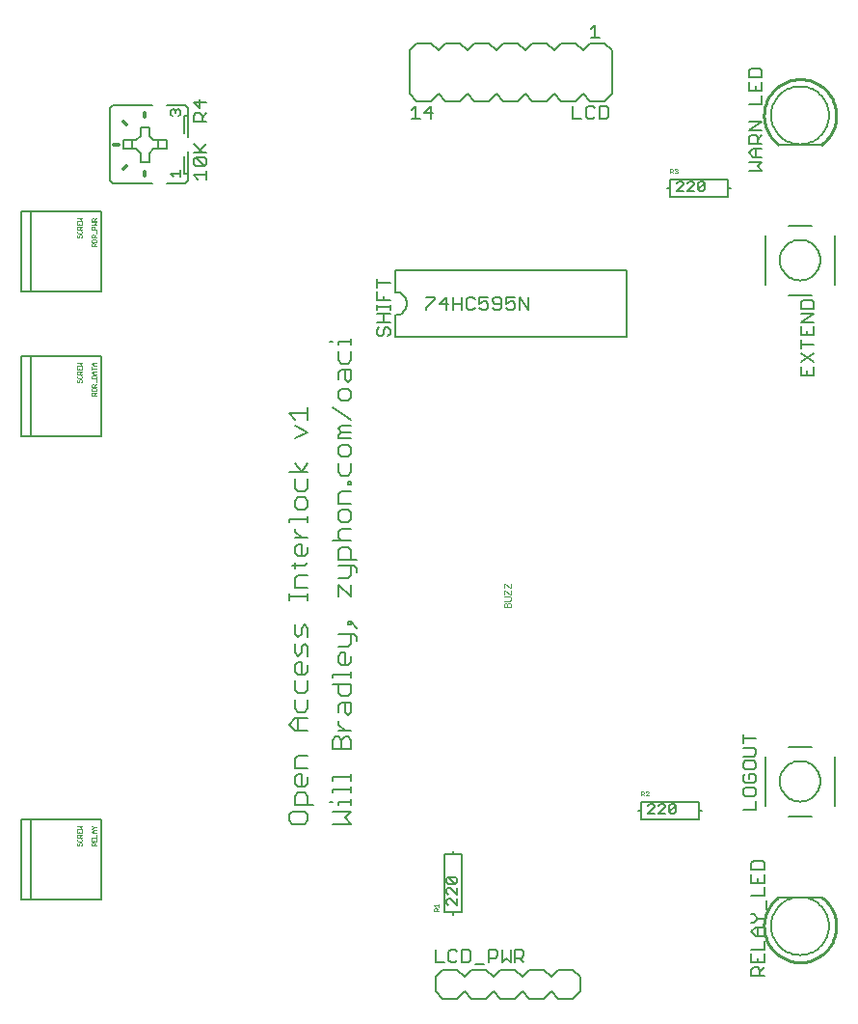
<source format=gto>
G75*
G70*
%OFA0B0*%
%FSLAX24Y24*%
%IPPOS*%
%LPD*%
%AMOC8*
5,1,8,0,0,1.08239X$1,22.5*
%
%ADD10C,0.0060*%
%ADD11C,0.0080*%
%ADD12C,0.0010*%
%ADD13C,0.0100*%
%ADD14C,0.0050*%
%ADD15C,0.0020*%
%ADD16C,0.0120*%
D10*
X010011Y006826D02*
X010118Y006719D01*
X010545Y006719D01*
X010651Y006826D01*
X010651Y007040D01*
X010545Y007146D01*
X010118Y007146D01*
X010011Y007040D01*
X010011Y006826D01*
X010224Y007364D02*
X010224Y007684D01*
X010331Y007791D01*
X010545Y007791D01*
X010651Y007684D01*
X010651Y007364D01*
X010865Y007364D02*
X010224Y007364D01*
X010331Y008008D02*
X010224Y008115D01*
X010224Y008329D01*
X010331Y008435D01*
X010438Y008435D01*
X010438Y008008D01*
X010545Y008008D02*
X010331Y008008D01*
X010545Y008008D02*
X010651Y008115D01*
X010651Y008329D01*
X010651Y008653D02*
X010224Y008653D01*
X010224Y008973D01*
X010331Y009080D01*
X010651Y009080D01*
X010651Y009942D02*
X010224Y009942D01*
X010011Y010155D01*
X010224Y010369D01*
X010651Y010369D01*
X010545Y010586D02*
X010651Y010693D01*
X010651Y011013D01*
X010545Y011231D02*
X010651Y011338D01*
X010651Y011658D01*
X010545Y011876D02*
X010331Y011876D01*
X010224Y011982D01*
X010224Y012196D01*
X010331Y012303D01*
X010438Y012303D01*
X010438Y011876D01*
X010545Y011876D02*
X010651Y011982D01*
X010651Y012196D01*
X010651Y012520D02*
X010651Y012840D01*
X010545Y012947D01*
X010438Y012840D01*
X010438Y012627D01*
X010331Y012520D01*
X010224Y012627D01*
X010224Y012947D01*
X010331Y013165D02*
X010224Y013271D01*
X010224Y013592D01*
X010438Y013485D02*
X010438Y013271D01*
X010331Y013165D01*
X010651Y013165D02*
X010651Y013485D01*
X010545Y013592D01*
X010438Y013485D01*
X010651Y014454D02*
X010651Y014667D01*
X010651Y014560D02*
X010011Y014560D01*
X010011Y014454D02*
X010011Y014667D01*
X010224Y014883D02*
X010224Y015204D01*
X010331Y015310D01*
X010651Y015310D01*
X010545Y015635D02*
X010118Y015635D01*
X010224Y015741D02*
X010224Y015528D01*
X010545Y015635D02*
X010651Y015741D01*
X010545Y015958D02*
X010331Y015958D01*
X010224Y016064D01*
X010224Y016278D01*
X010331Y016385D01*
X010438Y016385D01*
X010438Y015958D01*
X010545Y015958D02*
X010651Y016064D01*
X010651Y016278D01*
X010651Y016602D02*
X010224Y016602D01*
X010224Y016816D02*
X010224Y016922D01*
X010224Y016816D02*
X010438Y016602D01*
X010651Y017139D02*
X010651Y017353D01*
X010651Y017246D02*
X010011Y017246D01*
X010011Y017139D01*
X010331Y017569D02*
X010545Y017569D01*
X010651Y017676D01*
X010651Y017889D01*
X010545Y017996D01*
X010331Y017996D01*
X010224Y017889D01*
X010224Y017676D01*
X010331Y017569D01*
X010331Y018213D02*
X010545Y018213D01*
X010651Y018320D01*
X010651Y018640D01*
X010651Y018858D02*
X010011Y018858D01*
X010224Y018640D02*
X010224Y018320D01*
X010331Y018213D01*
X010438Y018858D02*
X010224Y019178D01*
X010438Y018858D02*
X010651Y019178D01*
X010224Y020039D02*
X010651Y020253D01*
X010224Y020466D01*
X010224Y020684D02*
X010011Y020898D01*
X010651Y020898D01*
X010651Y021111D02*
X010651Y020684D01*
X011511Y021111D02*
X012151Y020684D01*
X012151Y020466D02*
X011831Y020466D01*
X011724Y020360D01*
X011831Y020253D01*
X012151Y020253D01*
X012151Y020039D02*
X011724Y020039D01*
X011724Y020146D01*
X011831Y020253D01*
X011831Y019822D02*
X011724Y019715D01*
X011724Y019502D01*
X011831Y019395D01*
X012045Y019395D01*
X012151Y019502D01*
X012151Y019715D01*
X012045Y019822D01*
X011831Y019822D01*
X011724Y019177D02*
X011724Y018857D01*
X011831Y018750D01*
X012045Y018750D01*
X012151Y018857D01*
X012151Y019177D01*
X012151Y018535D02*
X012151Y018428D01*
X012045Y018428D01*
X012045Y018535D01*
X012151Y018535D01*
X012151Y018211D02*
X011831Y018211D01*
X011724Y018104D01*
X011724Y017784D01*
X012151Y017784D01*
X012045Y017566D02*
X011831Y017566D01*
X011724Y017459D01*
X011724Y017246D01*
X011831Y017139D01*
X012045Y017139D01*
X012151Y017246D01*
X012151Y017459D01*
X012045Y017566D01*
X012151Y016922D02*
X011831Y016922D01*
X011724Y016815D01*
X011724Y016601D01*
X011831Y016495D01*
X011831Y016277D02*
X012045Y016277D01*
X012151Y016170D01*
X012151Y015850D01*
X012365Y015850D02*
X011724Y015850D01*
X011724Y016170D01*
X011831Y016277D01*
X011511Y016495D02*
X012151Y016495D01*
X012151Y015633D02*
X012151Y015312D01*
X012045Y015206D01*
X011724Y015206D01*
X011724Y014988D02*
X012151Y014561D01*
X012151Y014988D01*
X011724Y014988D02*
X011724Y014561D01*
X012365Y015419D02*
X012365Y015526D01*
X012258Y015633D01*
X011724Y015633D01*
X010651Y014883D02*
X010224Y014883D01*
X011724Y013269D02*
X012258Y013269D01*
X012365Y013163D01*
X012365Y013056D01*
X012151Y012949D02*
X012151Y013269D01*
X012365Y013487D02*
X012151Y013700D01*
X012151Y013594D01*
X012045Y013594D01*
X012045Y013700D01*
X012151Y013700D01*
X012151Y012949D02*
X012045Y012842D01*
X011724Y012842D01*
X011831Y012625D02*
X011938Y012625D01*
X011938Y012198D01*
X012045Y012198D02*
X011831Y012198D01*
X011724Y012304D01*
X011724Y012518D01*
X011831Y012625D01*
X012151Y012518D02*
X012151Y012304D01*
X012045Y012198D01*
X012151Y011982D02*
X012151Y011768D01*
X012151Y011875D02*
X011511Y011875D01*
X011511Y011768D01*
X011511Y011551D02*
X012151Y011551D01*
X012151Y011230D01*
X012045Y011124D01*
X011831Y011124D01*
X011724Y011230D01*
X011724Y011551D01*
X011831Y010906D02*
X012151Y010906D01*
X012151Y010586D01*
X012045Y010479D01*
X011938Y010586D01*
X011938Y010906D01*
X011831Y010906D02*
X011724Y010799D01*
X011724Y010586D01*
X011724Y010262D02*
X011724Y010155D01*
X011938Y009942D01*
X012151Y009942D02*
X011724Y009942D01*
X011724Y009724D02*
X011831Y009618D01*
X011831Y009297D01*
X011511Y009297D02*
X011511Y009618D01*
X011618Y009724D01*
X011724Y009724D01*
X011831Y009618D02*
X011938Y009724D01*
X012045Y009724D01*
X012151Y009618D01*
X012151Y009297D01*
X011511Y009297D01*
X011511Y008330D02*
X012151Y008330D01*
X012151Y008223D02*
X012151Y008437D01*
X012151Y008007D02*
X012151Y007794D01*
X012151Y007900D02*
X011511Y007900D01*
X011511Y007794D01*
X011511Y007471D02*
X011404Y007471D01*
X011724Y007471D02*
X011724Y007364D01*
X011724Y007471D02*
X012151Y007471D01*
X012151Y007577D02*
X012151Y007364D01*
X012151Y007146D02*
X011511Y007146D01*
X011511Y006719D02*
X012151Y006719D01*
X011938Y006933D01*
X012151Y007146D01*
X011511Y008223D02*
X011511Y008330D01*
X010331Y009942D02*
X010331Y010369D01*
X010331Y010586D02*
X010545Y010586D01*
X010331Y010586D02*
X010224Y010693D01*
X010224Y011013D01*
X010331Y011231D02*
X010545Y011231D01*
X010331Y011231D02*
X010224Y011338D01*
X010224Y011658D01*
X015518Y004883D02*
X015745Y004656D01*
X015801Y004713D01*
X015801Y004826D01*
X015745Y004883D01*
X015518Y004883D01*
X015461Y004826D01*
X015461Y004713D01*
X015518Y004656D01*
X015745Y004656D01*
X015801Y004514D02*
X015801Y004288D01*
X015575Y004514D01*
X015518Y004514D01*
X015461Y004458D01*
X015461Y004344D01*
X015518Y004288D01*
X015518Y004146D02*
X015461Y004089D01*
X015461Y003976D01*
X015518Y003919D01*
X015518Y004146D02*
X015575Y004146D01*
X015801Y003919D01*
X015801Y004146D01*
X022411Y007069D02*
X022638Y007296D01*
X022638Y007353D01*
X022582Y007410D01*
X022468Y007410D01*
X022411Y007353D01*
X022411Y007069D02*
X022638Y007069D01*
X022780Y007069D02*
X023007Y007296D01*
X023007Y007353D01*
X022950Y007410D01*
X022836Y007410D01*
X022780Y007353D01*
X022780Y007069D02*
X023007Y007069D01*
X023148Y007126D02*
X023205Y007069D01*
X023318Y007069D01*
X023375Y007126D01*
X023375Y007353D01*
X023148Y007126D01*
X023148Y007353D01*
X023205Y007410D01*
X023318Y007410D01*
X023375Y007353D01*
X026681Y003189D02*
X026683Y003252D01*
X026689Y003314D01*
X026699Y003376D01*
X026712Y003438D01*
X026730Y003498D01*
X026751Y003557D01*
X026776Y003615D01*
X026805Y003671D01*
X026837Y003725D01*
X026872Y003777D01*
X026910Y003826D01*
X026952Y003874D01*
X026996Y003918D01*
X027044Y003960D01*
X027093Y003998D01*
X027145Y004033D01*
X027199Y004065D01*
X027255Y004094D01*
X027313Y004119D01*
X027372Y004140D01*
X027432Y004158D01*
X027494Y004171D01*
X027556Y004181D01*
X027618Y004187D01*
X027681Y004189D01*
X027744Y004187D01*
X027806Y004181D01*
X027868Y004171D01*
X027930Y004158D01*
X027990Y004140D01*
X028049Y004119D01*
X028107Y004094D01*
X028163Y004065D01*
X028217Y004033D01*
X028269Y003998D01*
X028318Y003960D01*
X028366Y003918D01*
X028410Y003874D01*
X028452Y003826D01*
X028490Y003777D01*
X028525Y003725D01*
X028557Y003671D01*
X028586Y003615D01*
X028611Y003557D01*
X028632Y003498D01*
X028650Y003438D01*
X028663Y003376D01*
X028673Y003314D01*
X028679Y003252D01*
X028681Y003189D01*
X028679Y003126D01*
X028673Y003064D01*
X028663Y003002D01*
X028650Y002940D01*
X028632Y002880D01*
X028611Y002821D01*
X028586Y002763D01*
X028557Y002707D01*
X028525Y002653D01*
X028490Y002601D01*
X028452Y002552D01*
X028410Y002504D01*
X028366Y002460D01*
X028318Y002418D01*
X028269Y002380D01*
X028217Y002345D01*
X028163Y002313D01*
X028107Y002284D01*
X028049Y002259D01*
X027990Y002238D01*
X027930Y002220D01*
X027868Y002207D01*
X027806Y002197D01*
X027744Y002191D01*
X027681Y002189D01*
X027618Y002191D01*
X027556Y002197D01*
X027494Y002207D01*
X027432Y002220D01*
X027372Y002238D01*
X027313Y002259D01*
X027255Y002284D01*
X027199Y002313D01*
X027145Y002345D01*
X027093Y002380D01*
X027044Y002418D01*
X026996Y002460D01*
X026952Y002504D01*
X026910Y002552D01*
X026872Y002601D01*
X026837Y002653D01*
X026805Y002707D01*
X026776Y002763D01*
X026751Y002821D01*
X026730Y002880D01*
X026712Y002940D01*
X026699Y003002D01*
X026689Y003064D01*
X026683Y003126D01*
X026681Y003189D01*
X012045Y021329D02*
X011831Y021329D01*
X011724Y021435D01*
X011724Y021649D01*
X011831Y021756D01*
X012045Y021756D01*
X012151Y021649D01*
X012151Y021435D01*
X012045Y021329D01*
X012045Y021973D02*
X011938Y022080D01*
X011938Y022400D01*
X011831Y022400D02*
X012151Y022400D01*
X012151Y022080D01*
X012045Y021973D01*
X011724Y022080D02*
X011724Y022293D01*
X011831Y022400D01*
X011831Y022618D02*
X012045Y022618D01*
X012151Y022724D01*
X012151Y023045D01*
X012151Y023262D02*
X012151Y023476D01*
X012151Y023369D02*
X011724Y023369D01*
X011724Y023262D01*
X011724Y023045D02*
X011724Y022724D01*
X011831Y022618D01*
X011511Y023369D02*
X011404Y023369D01*
X013681Y023539D02*
X013681Y024289D01*
X013720Y024291D01*
X013759Y024297D01*
X013797Y024306D01*
X013834Y024319D01*
X013870Y024336D01*
X013903Y024356D01*
X013935Y024380D01*
X013964Y024406D01*
X013990Y024435D01*
X014014Y024467D01*
X014034Y024500D01*
X014051Y024536D01*
X014064Y024573D01*
X014073Y024611D01*
X014079Y024650D01*
X014081Y024689D01*
X014079Y024728D01*
X014073Y024767D01*
X014064Y024805D01*
X014051Y024842D01*
X014034Y024878D01*
X014014Y024911D01*
X013990Y024943D01*
X013964Y024972D01*
X013935Y024998D01*
X013903Y025022D01*
X013870Y025042D01*
X013834Y025059D01*
X013797Y025072D01*
X013759Y025081D01*
X013720Y025087D01*
X013681Y025089D01*
X013681Y025839D01*
X021681Y025839D01*
X021681Y023539D01*
X013681Y023539D01*
X014431Y031689D02*
X014931Y031689D01*
X015181Y031939D01*
X015431Y031689D01*
X015931Y031689D01*
X016181Y031939D01*
X016431Y031689D01*
X016931Y031689D01*
X017181Y031939D01*
X017431Y031689D01*
X017931Y031689D01*
X018181Y031939D01*
X018431Y031689D01*
X018931Y031689D01*
X019181Y031939D01*
X019431Y031689D01*
X019931Y031689D01*
X020181Y031939D01*
X020431Y031689D01*
X020931Y031689D01*
X021181Y031939D01*
X021181Y033439D01*
X020931Y033689D01*
X020431Y033689D01*
X020181Y033439D01*
X019931Y033689D01*
X019431Y033689D01*
X019181Y033439D01*
X018931Y033689D01*
X018431Y033689D01*
X018181Y033439D01*
X017931Y033689D01*
X017431Y033689D01*
X017181Y033439D01*
X016931Y033689D01*
X016431Y033689D01*
X016181Y033439D01*
X015931Y033689D01*
X015431Y033689D01*
X015181Y033439D01*
X014931Y033689D01*
X014431Y033689D01*
X014181Y033439D01*
X014181Y031939D01*
X014431Y031689D01*
X006531Y031439D02*
X006531Y031189D01*
X006531Y030439D01*
X006381Y030589D02*
X006381Y031189D01*
X006531Y031189D01*
X006531Y031439D02*
X006431Y031539D01*
X005781Y031539D01*
X005281Y031539D02*
X003931Y031539D01*
X003831Y031439D01*
X003831Y028939D01*
X003931Y028839D01*
X005281Y028839D01*
X005781Y028839D02*
X006431Y028839D01*
X006531Y028939D01*
X006531Y029189D01*
X006531Y029939D01*
X006381Y029789D02*
X006381Y029189D01*
X006531Y029189D01*
X005781Y030039D02*
X005481Y030039D01*
X005481Y030339D01*
X005331Y030339D01*
X005181Y030489D01*
X005181Y030789D01*
X004881Y030789D01*
X004881Y030489D01*
X004731Y030339D01*
X004581Y030339D01*
X004281Y030339D01*
X004281Y030039D01*
X004581Y030039D01*
X004731Y030039D01*
X004881Y029889D01*
X004881Y029589D01*
X005181Y029589D01*
X005181Y029889D01*
X005331Y030039D01*
X005481Y030039D01*
X005481Y030339D02*
X005781Y030339D01*
X005781Y030039D01*
X004581Y030039D02*
X004581Y030339D01*
X023411Y028853D02*
X023468Y028910D01*
X023582Y028910D01*
X023638Y028853D01*
X023638Y028796D01*
X023411Y028569D01*
X023638Y028569D01*
X023780Y028569D02*
X024007Y028796D01*
X024007Y028853D01*
X023950Y028910D01*
X023836Y028910D01*
X023780Y028853D01*
X023780Y028569D02*
X024007Y028569D01*
X024148Y028626D02*
X024375Y028853D01*
X024375Y028626D01*
X024318Y028569D01*
X024205Y028569D01*
X024148Y028626D01*
X024148Y028853D01*
X024205Y028910D01*
X024318Y028910D01*
X024375Y028853D01*
X026681Y031189D02*
X026683Y031252D01*
X026689Y031314D01*
X026699Y031376D01*
X026712Y031438D01*
X026730Y031498D01*
X026751Y031557D01*
X026776Y031615D01*
X026805Y031671D01*
X026837Y031725D01*
X026872Y031777D01*
X026910Y031826D01*
X026952Y031874D01*
X026996Y031918D01*
X027044Y031960D01*
X027093Y031998D01*
X027145Y032033D01*
X027199Y032065D01*
X027255Y032094D01*
X027313Y032119D01*
X027372Y032140D01*
X027432Y032158D01*
X027494Y032171D01*
X027556Y032181D01*
X027618Y032187D01*
X027681Y032189D01*
X027744Y032187D01*
X027806Y032181D01*
X027868Y032171D01*
X027930Y032158D01*
X027990Y032140D01*
X028049Y032119D01*
X028107Y032094D01*
X028163Y032065D01*
X028217Y032033D01*
X028269Y031998D01*
X028318Y031960D01*
X028366Y031918D01*
X028410Y031874D01*
X028452Y031826D01*
X028490Y031777D01*
X028525Y031725D01*
X028557Y031671D01*
X028586Y031615D01*
X028611Y031557D01*
X028632Y031498D01*
X028650Y031438D01*
X028663Y031376D01*
X028673Y031314D01*
X028679Y031252D01*
X028681Y031189D01*
X028679Y031126D01*
X028673Y031064D01*
X028663Y031002D01*
X028650Y030940D01*
X028632Y030880D01*
X028611Y030821D01*
X028586Y030763D01*
X028557Y030707D01*
X028525Y030653D01*
X028490Y030601D01*
X028452Y030552D01*
X028410Y030504D01*
X028366Y030460D01*
X028318Y030418D01*
X028269Y030380D01*
X028217Y030345D01*
X028163Y030313D01*
X028107Y030284D01*
X028049Y030259D01*
X027990Y030238D01*
X027930Y030220D01*
X027868Y030207D01*
X027806Y030197D01*
X027744Y030191D01*
X027681Y030189D01*
X027618Y030191D01*
X027556Y030197D01*
X027494Y030207D01*
X027432Y030220D01*
X027372Y030238D01*
X027313Y030259D01*
X027255Y030284D01*
X027199Y030313D01*
X027145Y030345D01*
X027093Y030380D01*
X027044Y030418D01*
X026996Y030460D01*
X026952Y030504D01*
X026910Y030552D01*
X026872Y030601D01*
X026837Y030653D01*
X026805Y030707D01*
X026776Y030763D01*
X026751Y030821D01*
X026730Y030880D01*
X026712Y030940D01*
X026699Y031002D01*
X026689Y031064D01*
X026683Y031126D01*
X026681Y031189D01*
D11*
X000764Y006878D02*
X000764Y004122D01*
X001079Y004122D01*
X001079Y006878D01*
X003520Y006878D01*
X003520Y004122D01*
X001079Y004122D01*
X001079Y006878D02*
X000764Y006878D01*
X000764Y020122D02*
X000764Y022878D01*
X001079Y022878D01*
X001079Y020122D01*
X000764Y020122D01*
X001079Y020122D02*
X003520Y020122D01*
X003520Y022878D01*
X001079Y022878D01*
X001079Y025122D02*
X000764Y025122D01*
X000764Y027878D01*
X001079Y027878D01*
X001079Y025122D01*
X003520Y025122D01*
X003520Y027878D01*
X001079Y027878D01*
X015381Y005689D02*
X015681Y005689D01*
X015681Y005789D01*
X015681Y005689D02*
X015981Y005689D01*
X015981Y003689D01*
X015681Y003689D01*
X015381Y003689D01*
X015381Y005689D01*
X015681Y003689D02*
X015681Y003589D01*
X015825Y001689D02*
X015325Y001689D01*
X015075Y001439D01*
X015075Y000939D01*
X015325Y000689D01*
X015825Y000689D01*
X016075Y000939D01*
X016325Y000689D01*
X016825Y000689D01*
X017075Y000939D01*
X017325Y000689D01*
X017825Y000689D01*
X018075Y000939D01*
X018325Y000689D01*
X018825Y000689D01*
X019075Y000939D01*
X019325Y000689D01*
X019825Y000689D01*
X020075Y000939D01*
X020075Y001439D01*
X019825Y001689D01*
X019325Y001689D01*
X019075Y001439D01*
X018825Y001689D01*
X018325Y001689D01*
X018075Y001439D01*
X017825Y001689D01*
X017325Y001689D01*
X017075Y001439D01*
X016825Y001689D01*
X016325Y001689D01*
X016075Y001439D01*
X015825Y001689D01*
X022181Y006889D02*
X022181Y007189D01*
X022081Y007189D01*
X022181Y007189D02*
X022181Y007489D01*
X024181Y007489D01*
X024181Y007189D01*
X024281Y007189D01*
X024181Y007189D02*
X024181Y006889D01*
X022181Y006889D01*
X026481Y007339D02*
X026481Y009039D01*
X027289Y009389D02*
X028081Y009389D01*
X028881Y009039D02*
X028881Y007339D01*
X028081Y006989D02*
X027277Y006989D01*
X026981Y008189D02*
X026983Y008241D01*
X026989Y008293D01*
X026999Y008345D01*
X027012Y008395D01*
X027029Y008445D01*
X027050Y008493D01*
X027075Y008539D01*
X027103Y008583D01*
X027134Y008625D01*
X027168Y008665D01*
X027205Y008702D01*
X027245Y008736D01*
X027287Y008767D01*
X027331Y008795D01*
X027377Y008820D01*
X027425Y008841D01*
X027475Y008858D01*
X027525Y008871D01*
X027577Y008881D01*
X027629Y008887D01*
X027681Y008889D01*
X027733Y008887D01*
X027785Y008881D01*
X027837Y008871D01*
X027887Y008858D01*
X027937Y008841D01*
X027985Y008820D01*
X028031Y008795D01*
X028075Y008767D01*
X028117Y008736D01*
X028157Y008702D01*
X028194Y008665D01*
X028228Y008625D01*
X028259Y008583D01*
X028287Y008539D01*
X028312Y008493D01*
X028333Y008445D01*
X028350Y008395D01*
X028363Y008345D01*
X028373Y008293D01*
X028379Y008241D01*
X028381Y008189D01*
X028379Y008137D01*
X028373Y008085D01*
X028363Y008033D01*
X028350Y007983D01*
X028333Y007933D01*
X028312Y007885D01*
X028287Y007839D01*
X028259Y007795D01*
X028228Y007753D01*
X028194Y007713D01*
X028157Y007676D01*
X028117Y007642D01*
X028075Y007611D01*
X028031Y007583D01*
X027985Y007558D01*
X027937Y007537D01*
X027887Y007520D01*
X027837Y007507D01*
X027785Y007497D01*
X027733Y007491D01*
X027681Y007489D01*
X027629Y007491D01*
X027577Y007497D01*
X027525Y007507D01*
X027475Y007520D01*
X027425Y007537D01*
X027377Y007558D01*
X027331Y007583D01*
X027287Y007611D01*
X027245Y007642D01*
X027205Y007676D01*
X027168Y007713D01*
X027134Y007753D01*
X027103Y007795D01*
X027075Y007839D01*
X027050Y007885D01*
X027029Y007933D01*
X027012Y007983D01*
X026999Y008033D01*
X026989Y008085D01*
X026983Y008137D01*
X026981Y008189D01*
X026931Y004189D02*
X028431Y004189D01*
X028081Y024989D02*
X027277Y024989D01*
X026481Y025339D02*
X026481Y027039D01*
X027289Y027389D02*
X028081Y027389D01*
X028881Y027039D02*
X028881Y025339D01*
X026981Y026189D02*
X026983Y026241D01*
X026989Y026293D01*
X026999Y026345D01*
X027012Y026395D01*
X027029Y026445D01*
X027050Y026493D01*
X027075Y026539D01*
X027103Y026583D01*
X027134Y026625D01*
X027168Y026665D01*
X027205Y026702D01*
X027245Y026736D01*
X027287Y026767D01*
X027331Y026795D01*
X027377Y026820D01*
X027425Y026841D01*
X027475Y026858D01*
X027525Y026871D01*
X027577Y026881D01*
X027629Y026887D01*
X027681Y026889D01*
X027733Y026887D01*
X027785Y026881D01*
X027837Y026871D01*
X027887Y026858D01*
X027937Y026841D01*
X027985Y026820D01*
X028031Y026795D01*
X028075Y026767D01*
X028117Y026736D01*
X028157Y026702D01*
X028194Y026665D01*
X028228Y026625D01*
X028259Y026583D01*
X028287Y026539D01*
X028312Y026493D01*
X028333Y026445D01*
X028350Y026395D01*
X028363Y026345D01*
X028373Y026293D01*
X028379Y026241D01*
X028381Y026189D01*
X028379Y026137D01*
X028373Y026085D01*
X028363Y026033D01*
X028350Y025983D01*
X028333Y025933D01*
X028312Y025885D01*
X028287Y025839D01*
X028259Y025795D01*
X028228Y025753D01*
X028194Y025713D01*
X028157Y025676D01*
X028117Y025642D01*
X028075Y025611D01*
X028031Y025583D01*
X027985Y025558D01*
X027937Y025537D01*
X027887Y025520D01*
X027837Y025507D01*
X027785Y025497D01*
X027733Y025491D01*
X027681Y025489D01*
X027629Y025491D01*
X027577Y025497D01*
X027525Y025507D01*
X027475Y025520D01*
X027425Y025537D01*
X027377Y025558D01*
X027331Y025583D01*
X027287Y025611D01*
X027245Y025642D01*
X027205Y025676D01*
X027168Y025713D01*
X027134Y025753D01*
X027103Y025795D01*
X027075Y025839D01*
X027050Y025885D01*
X027029Y025933D01*
X027012Y025983D01*
X026999Y026033D01*
X026989Y026085D01*
X026983Y026137D01*
X026981Y026189D01*
X025181Y028389D02*
X023181Y028389D01*
X023181Y028689D01*
X023081Y028689D01*
X023181Y028689D02*
X023181Y028989D01*
X025181Y028989D01*
X025181Y028689D01*
X025281Y028689D01*
X025181Y028689D02*
X025181Y028389D01*
X026931Y030189D02*
X028431Y030189D01*
D12*
X023434Y029319D02*
X023434Y029294D01*
X023409Y029269D01*
X023434Y029244D01*
X023434Y029219D01*
X023409Y029194D01*
X023359Y029194D01*
X023334Y029219D01*
X023286Y029194D02*
X023236Y029244D01*
X023261Y029244D02*
X023186Y029244D01*
X023186Y029194D02*
X023186Y029344D01*
X023261Y029344D01*
X023286Y029319D01*
X023286Y029269D01*
X023261Y029244D01*
X023334Y029319D02*
X023359Y029344D01*
X023409Y029344D01*
X023434Y029319D01*
X023409Y029269D02*
X023384Y029269D01*
X022409Y007844D02*
X022359Y007844D01*
X022334Y007819D01*
X022286Y007819D02*
X022286Y007769D01*
X022261Y007744D01*
X022186Y007744D01*
X022186Y007694D02*
X022186Y007844D01*
X022261Y007844D01*
X022286Y007819D01*
X022236Y007744D02*
X022286Y007694D01*
X022334Y007694D02*
X022434Y007794D01*
X022434Y007819D01*
X022409Y007844D01*
X022434Y007694D02*
X022334Y007694D01*
X015176Y003942D02*
X015176Y003842D01*
X015176Y003794D02*
X015126Y003744D01*
X015126Y003769D02*
X015126Y003694D01*
X015176Y003694D02*
X015026Y003694D01*
X015026Y003769D01*
X015051Y003794D01*
X015101Y003794D01*
X015126Y003769D01*
X015076Y003842D02*
X015026Y003892D01*
X015176Y003892D01*
X003336Y005958D02*
X003186Y005958D01*
X003186Y006033D01*
X003211Y006058D01*
X003261Y006058D01*
X003286Y006033D01*
X003286Y005958D01*
X003286Y006008D02*
X003336Y006058D01*
X003336Y006105D02*
X003336Y006205D01*
X003336Y006252D02*
X003336Y006352D01*
X003336Y006400D02*
X003236Y006400D01*
X003186Y006450D01*
X003236Y006500D01*
X003336Y006500D01*
X003261Y006500D02*
X003261Y006400D01*
X003211Y006547D02*
X003261Y006597D01*
X003336Y006597D01*
X003261Y006597D02*
X003211Y006647D01*
X003186Y006647D01*
X003186Y006547D02*
X003211Y006547D01*
X003186Y006252D02*
X003336Y006252D01*
X003261Y006155D02*
X003261Y006105D01*
X003186Y006105D02*
X003336Y006105D01*
X003186Y006105D02*
X003186Y006205D01*
X002836Y006180D02*
X002811Y006205D01*
X002836Y006180D02*
X002836Y006130D01*
X002811Y006105D01*
X002711Y006105D01*
X002686Y006130D01*
X002686Y006180D01*
X002711Y006205D01*
X002686Y006252D02*
X002686Y006327D01*
X002711Y006352D01*
X002761Y006352D01*
X002786Y006327D01*
X002786Y006252D01*
X002786Y006302D02*
X002836Y006352D01*
X002836Y006400D02*
X002686Y006400D01*
X002686Y006500D01*
X002686Y006547D02*
X002836Y006547D01*
X002786Y006597D01*
X002836Y006647D01*
X002686Y006647D01*
X002836Y006500D02*
X002836Y006400D01*
X002761Y006400D02*
X002761Y006450D01*
X002836Y006252D02*
X002686Y006252D01*
X002711Y006058D02*
X002686Y006033D01*
X002686Y005983D01*
X002711Y005958D01*
X002736Y005958D01*
X002761Y005983D01*
X002761Y006033D01*
X002786Y006058D01*
X002811Y006058D01*
X002836Y006033D01*
X002836Y005983D01*
X002811Y005958D01*
X003186Y021516D02*
X003186Y021591D01*
X003211Y021616D01*
X003261Y021616D01*
X003286Y021591D01*
X003286Y021516D01*
X003286Y021566D02*
X003336Y021616D01*
X003336Y021663D02*
X003336Y021738D01*
X003311Y021763D01*
X003211Y021763D01*
X003186Y021738D01*
X003186Y021663D01*
X003336Y021663D01*
X003336Y021516D02*
X003186Y021516D01*
X003186Y021810D02*
X003186Y021885D01*
X003211Y021910D01*
X003261Y021910D01*
X003286Y021885D01*
X003286Y021810D01*
X003286Y021860D02*
X003336Y021910D01*
X003361Y021958D02*
X003361Y022058D01*
X003336Y022105D02*
X003336Y022180D01*
X003311Y022205D01*
X003211Y022205D01*
X003186Y022180D01*
X003186Y022105D01*
X003336Y022105D01*
X003336Y022252D02*
X003236Y022252D01*
X003186Y022302D01*
X003236Y022352D01*
X003336Y022352D01*
X003261Y022352D02*
X003261Y022252D01*
X003186Y022400D02*
X003186Y022500D01*
X003186Y022450D02*
X003336Y022450D01*
X003336Y022547D02*
X003236Y022547D01*
X003186Y022597D01*
X003236Y022647D01*
X003336Y022647D01*
X003261Y022647D02*
X003261Y022547D01*
X002836Y022547D02*
X002786Y022597D01*
X002836Y022647D01*
X002686Y022647D01*
X002686Y022547D02*
X002836Y022547D01*
X002836Y022500D02*
X002836Y022400D01*
X002686Y022400D01*
X002686Y022500D01*
X002761Y022450D02*
X002761Y022400D01*
X002761Y022352D02*
X002786Y022327D01*
X002786Y022252D01*
X002786Y022302D02*
X002836Y022352D01*
X002761Y022352D02*
X002711Y022352D01*
X002686Y022327D01*
X002686Y022252D01*
X002836Y022252D01*
X002811Y022205D02*
X002836Y022180D01*
X002836Y022130D01*
X002811Y022105D01*
X002711Y022105D01*
X002686Y022130D01*
X002686Y022180D01*
X002711Y022205D01*
X002711Y022058D02*
X002686Y022033D01*
X002686Y021983D01*
X002711Y021958D01*
X002736Y021958D01*
X002761Y021983D01*
X002761Y022033D01*
X002786Y022058D01*
X002811Y022058D01*
X002836Y022033D01*
X002836Y021983D01*
X002811Y021958D01*
X003186Y021810D02*
X003336Y021810D01*
X003336Y026663D02*
X003186Y026663D01*
X003186Y026738D01*
X003211Y026763D01*
X003261Y026763D01*
X003286Y026738D01*
X003286Y026663D01*
X003286Y026713D02*
X003336Y026763D01*
X003336Y026810D02*
X003336Y026885D01*
X003311Y026910D01*
X003211Y026910D01*
X003186Y026885D01*
X003186Y026810D01*
X003336Y026810D01*
X003336Y026958D02*
X003186Y026958D01*
X003186Y027033D01*
X003211Y027058D01*
X003261Y027058D01*
X003286Y027033D01*
X003286Y026958D01*
X003286Y027008D02*
X003336Y027058D01*
X003361Y027105D02*
X003361Y027205D01*
X003336Y027252D02*
X003186Y027252D01*
X003186Y027327D01*
X003211Y027352D01*
X003261Y027352D01*
X003286Y027327D01*
X003286Y027252D01*
X003336Y027400D02*
X003286Y027450D01*
X003336Y027500D01*
X003186Y027500D01*
X003186Y027547D02*
X003186Y027622D01*
X003211Y027647D01*
X003261Y027647D01*
X003286Y027622D01*
X003286Y027547D01*
X003286Y027597D02*
X003336Y027647D01*
X003336Y027547D02*
X003186Y027547D01*
X003186Y027400D02*
X003336Y027400D01*
X002836Y027400D02*
X002836Y027500D01*
X002836Y027547D02*
X002786Y027597D01*
X002836Y027647D01*
X002686Y027647D01*
X002686Y027547D02*
X002836Y027547D01*
X002761Y027450D02*
X002761Y027400D01*
X002761Y027352D02*
X002786Y027327D01*
X002786Y027252D01*
X002786Y027302D02*
X002836Y027352D01*
X002836Y027400D02*
X002686Y027400D01*
X002686Y027500D01*
X002711Y027352D02*
X002761Y027352D01*
X002711Y027352D02*
X002686Y027327D01*
X002686Y027252D01*
X002836Y027252D01*
X002811Y027205D02*
X002836Y027180D01*
X002836Y027130D01*
X002811Y027105D01*
X002711Y027105D01*
X002686Y027130D01*
X002686Y027180D01*
X002711Y027205D01*
X002711Y027058D02*
X002686Y027033D01*
X002686Y026983D01*
X002711Y026958D01*
X002736Y026958D01*
X002761Y026983D01*
X002761Y027033D01*
X002786Y027058D01*
X002811Y027058D01*
X002836Y027033D01*
X002836Y026983D01*
X002811Y026958D01*
D13*
X026931Y030189D02*
X026877Y030232D01*
X026825Y030278D01*
X026776Y030327D01*
X026729Y030379D01*
X026686Y030433D01*
X026645Y030489D01*
X026608Y030548D01*
X026574Y030608D01*
X026544Y030671D01*
X026517Y030734D01*
X026493Y030800D01*
X026473Y030866D01*
X026457Y030934D01*
X026445Y031002D01*
X026437Y031071D01*
X026432Y031140D01*
X026431Y031210D01*
X026434Y031279D01*
X026441Y031348D01*
X026452Y031416D01*
X026466Y031484D01*
X026485Y031551D01*
X026507Y031617D01*
X026532Y031682D01*
X026561Y031745D01*
X026594Y031806D01*
X026630Y031865D01*
X026669Y031922D01*
X026711Y031978D01*
X026756Y032030D01*
X026804Y032080D01*
X026855Y032127D01*
X026909Y032172D01*
X026964Y032213D01*
X027022Y032251D01*
X027082Y032286D01*
X027144Y032318D01*
X027207Y032346D01*
X027272Y032370D01*
X027338Y032391D01*
X027406Y032408D01*
X027474Y032422D01*
X027543Y032431D01*
X027612Y032437D01*
X027681Y032439D01*
X027750Y032437D01*
X027819Y032431D01*
X027888Y032422D01*
X027956Y032408D01*
X028024Y032391D01*
X028090Y032370D01*
X028155Y032346D01*
X028218Y032318D01*
X028280Y032286D01*
X028340Y032251D01*
X028398Y032213D01*
X028453Y032172D01*
X028507Y032127D01*
X028558Y032080D01*
X028606Y032030D01*
X028651Y031978D01*
X028693Y031922D01*
X028732Y031865D01*
X028768Y031806D01*
X028801Y031745D01*
X028830Y031682D01*
X028855Y031617D01*
X028877Y031551D01*
X028896Y031484D01*
X028910Y031416D01*
X028921Y031348D01*
X028928Y031279D01*
X028931Y031210D01*
X028930Y031140D01*
X028925Y031071D01*
X028917Y031002D01*
X028905Y030934D01*
X028889Y030866D01*
X028869Y030800D01*
X028845Y030734D01*
X028818Y030671D01*
X028788Y030608D01*
X028754Y030548D01*
X028717Y030489D01*
X028676Y030433D01*
X028633Y030379D01*
X028586Y030327D01*
X028537Y030278D01*
X028485Y030232D01*
X028431Y030189D01*
X028431Y004189D02*
X028485Y004146D01*
X028537Y004100D01*
X028586Y004051D01*
X028633Y003999D01*
X028676Y003945D01*
X028717Y003889D01*
X028754Y003830D01*
X028788Y003770D01*
X028818Y003707D01*
X028845Y003644D01*
X028869Y003578D01*
X028889Y003512D01*
X028905Y003444D01*
X028917Y003376D01*
X028925Y003307D01*
X028930Y003238D01*
X028931Y003168D01*
X028928Y003099D01*
X028921Y003030D01*
X028910Y002962D01*
X028896Y002894D01*
X028877Y002827D01*
X028855Y002761D01*
X028830Y002696D01*
X028801Y002633D01*
X028768Y002572D01*
X028732Y002513D01*
X028693Y002456D01*
X028651Y002400D01*
X028606Y002348D01*
X028558Y002298D01*
X028507Y002251D01*
X028453Y002206D01*
X028398Y002165D01*
X028340Y002127D01*
X028280Y002092D01*
X028218Y002060D01*
X028155Y002032D01*
X028090Y002008D01*
X028024Y001987D01*
X027956Y001970D01*
X027888Y001956D01*
X027819Y001947D01*
X027750Y001941D01*
X027681Y001939D01*
X027612Y001941D01*
X027543Y001947D01*
X027474Y001956D01*
X027406Y001970D01*
X027338Y001987D01*
X027272Y002008D01*
X027207Y002032D01*
X027144Y002060D01*
X027082Y002092D01*
X027022Y002127D01*
X026964Y002165D01*
X026909Y002206D01*
X026855Y002251D01*
X026804Y002298D01*
X026756Y002348D01*
X026711Y002400D01*
X026669Y002456D01*
X026630Y002513D01*
X026594Y002572D01*
X026561Y002633D01*
X026532Y002696D01*
X026507Y002761D01*
X026485Y002827D01*
X026466Y002894D01*
X026452Y002962D01*
X026441Y003030D01*
X026434Y003099D01*
X026431Y003168D01*
X026432Y003238D01*
X026437Y003307D01*
X026445Y003376D01*
X026457Y003444D01*
X026473Y003512D01*
X026493Y003578D01*
X026517Y003644D01*
X026544Y003707D01*
X026574Y003770D01*
X026608Y003830D01*
X026645Y003889D01*
X026686Y003945D01*
X026729Y003999D01*
X026776Y004051D01*
X026825Y004100D01*
X026877Y004146D01*
X026931Y004189D01*
D14*
X026521Y004066D02*
X026521Y003766D01*
X026446Y003456D02*
X026221Y003456D01*
X026071Y003606D01*
X025996Y003606D01*
X026221Y003456D02*
X026071Y003306D01*
X025996Y003306D01*
X026146Y003146D02*
X025996Y002995D01*
X026146Y002845D01*
X026446Y002845D01*
X026446Y002685D02*
X026446Y002385D01*
X025996Y002385D01*
X025996Y002225D02*
X025996Y001925D01*
X026446Y001925D01*
X026446Y002225D01*
X026221Y002075D02*
X026221Y001925D01*
X026221Y001765D02*
X026296Y001689D01*
X026296Y001464D01*
X026296Y001614D02*
X026446Y001765D01*
X026221Y001765D02*
X026071Y001765D01*
X025996Y001689D01*
X025996Y001464D01*
X026446Y001464D01*
X026221Y002845D02*
X026221Y003146D01*
X026146Y003146D02*
X026446Y003146D01*
X026446Y004226D02*
X025996Y004226D01*
X026446Y004226D02*
X026446Y004527D01*
X026446Y004687D02*
X026446Y004987D01*
X026446Y005147D02*
X026446Y005372D01*
X026371Y005447D01*
X026071Y005447D01*
X025996Y005372D01*
X025996Y005147D01*
X026446Y005147D01*
X026221Y004837D02*
X026221Y004687D01*
X025996Y004687D02*
X025996Y004987D01*
X025996Y004687D02*
X026446Y004687D01*
X026156Y007214D02*
X025706Y007214D01*
X025781Y007675D02*
X025706Y007750D01*
X025706Y007900D01*
X025781Y007975D01*
X026081Y007975D01*
X026156Y007900D01*
X026156Y007750D01*
X026081Y007675D01*
X025781Y007675D01*
X026156Y007515D02*
X026156Y007214D01*
X026081Y008135D02*
X025781Y008135D01*
X025706Y008210D01*
X025706Y008360D01*
X025781Y008435D01*
X025931Y008435D02*
X025931Y008285D01*
X025931Y008435D02*
X026081Y008435D01*
X026156Y008360D01*
X026156Y008210D01*
X026081Y008135D01*
X026081Y008595D02*
X025781Y008595D01*
X025706Y008670D01*
X025706Y008821D01*
X025781Y008896D01*
X026081Y008896D01*
X026156Y008821D01*
X026156Y008670D01*
X026081Y008595D01*
X026081Y009056D02*
X026156Y009131D01*
X026156Y009281D01*
X026081Y009356D01*
X025706Y009356D01*
X025706Y009516D02*
X025706Y009816D01*
X025706Y009666D02*
X026156Y009666D01*
X026081Y009056D02*
X025706Y009056D01*
X018132Y002310D02*
X018132Y002159D01*
X018057Y002084D01*
X017832Y002084D01*
X017832Y001934D02*
X017832Y002385D01*
X018057Y002385D01*
X018132Y002310D01*
X017982Y002084D02*
X018132Y001934D01*
X017672Y001934D02*
X017672Y002385D01*
X017372Y002385D02*
X017372Y001934D01*
X017522Y002084D01*
X017672Y001934D01*
X017212Y002159D02*
X017137Y002084D01*
X016912Y002084D01*
X016912Y001934D02*
X016912Y002385D01*
X017137Y002385D01*
X017212Y002310D01*
X017212Y002159D01*
X016751Y001859D02*
X016451Y001859D01*
X016291Y002009D02*
X016291Y002310D01*
X016216Y002385D01*
X015991Y002385D01*
X015991Y001934D01*
X016216Y001934D01*
X016291Y002009D01*
X015831Y002009D02*
X015756Y001934D01*
X015606Y001934D01*
X015530Y002009D01*
X015530Y002310D01*
X015606Y002385D01*
X015756Y002385D01*
X015831Y002310D01*
X015370Y001934D02*
X015070Y001934D01*
X015070Y002385D01*
X027706Y022214D02*
X028156Y022214D01*
X028156Y022515D01*
X028156Y022675D02*
X027706Y022975D01*
X027706Y023135D02*
X027706Y023435D01*
X027706Y023285D02*
X028156Y023285D01*
X028156Y022975D02*
X027706Y022675D01*
X027706Y022515D02*
X027706Y022214D01*
X027931Y022214D02*
X027931Y022364D01*
X027931Y023595D02*
X027931Y023745D01*
X027706Y023595D02*
X028156Y023595D01*
X028156Y023896D01*
X028156Y024056D02*
X027706Y024056D01*
X028156Y024356D01*
X027706Y024356D01*
X027706Y024516D02*
X027706Y024741D01*
X027781Y024816D01*
X028081Y024816D01*
X028156Y024741D01*
X028156Y024516D01*
X027706Y024516D01*
X027706Y023896D02*
X027706Y023595D01*
X026366Y029281D02*
X025916Y029281D01*
X025916Y029581D02*
X026366Y029581D01*
X026216Y029431D01*
X026366Y029281D01*
X026366Y029742D02*
X026066Y029742D01*
X025916Y029892D01*
X026066Y030042D01*
X026366Y030042D01*
X026366Y030202D02*
X025916Y030202D01*
X025916Y030427D01*
X025991Y030502D01*
X026141Y030502D01*
X026216Y030427D01*
X026216Y030202D01*
X026216Y030352D02*
X026366Y030502D01*
X026366Y030662D02*
X025916Y030662D01*
X026366Y030962D01*
X025916Y030962D01*
X026441Y031123D02*
X026441Y031423D01*
X026366Y031583D02*
X026366Y031883D01*
X026366Y032043D02*
X026366Y032344D01*
X026366Y032504D02*
X026366Y032729D01*
X026291Y032804D01*
X025991Y032804D01*
X025916Y032729D01*
X025916Y032504D01*
X026366Y032504D01*
X026141Y032193D02*
X026141Y032043D01*
X025916Y032043D02*
X025916Y032344D01*
X025916Y032043D02*
X026366Y032043D01*
X026366Y031583D02*
X025916Y031583D01*
X026141Y030042D02*
X026141Y029742D01*
X021046Y031139D02*
X021046Y031440D01*
X020971Y031515D01*
X020746Y031515D01*
X020746Y031064D01*
X020971Y031064D01*
X021046Y031139D01*
X020586Y031139D02*
X020511Y031064D01*
X020361Y031064D01*
X020286Y031139D01*
X020286Y031440D01*
X020361Y031515D01*
X020511Y031515D01*
X020586Y031440D01*
X020126Y031064D02*
X019825Y031064D01*
X019825Y031515D01*
X020446Y033864D02*
X020746Y033864D01*
X020596Y033864D02*
X020596Y034315D01*
X020446Y034165D01*
X014921Y031515D02*
X014921Y031064D01*
X014996Y031289D02*
X014696Y031289D01*
X014921Y031515D01*
X014386Y031515D02*
X014386Y031064D01*
X014236Y031064D02*
X014536Y031064D01*
X014236Y031365D02*
X014386Y031515D01*
X013056Y025552D02*
X013056Y025252D01*
X013056Y025402D02*
X013506Y025402D01*
X013281Y024942D02*
X013281Y024792D01*
X013056Y024792D02*
X013056Y025092D01*
X013056Y024792D02*
X013506Y024792D01*
X013506Y024635D02*
X013506Y024485D01*
X013506Y024560D02*
X013056Y024560D01*
X013056Y024485D02*
X013056Y024635D01*
X013056Y024325D02*
X013506Y024325D01*
X013281Y024325D02*
X013281Y024025D01*
X013356Y023865D02*
X013431Y023865D01*
X013506Y023789D01*
X013506Y023639D01*
X013431Y023564D01*
X013281Y023639D02*
X013281Y023789D01*
X013356Y023865D01*
X013506Y024025D02*
X013056Y024025D01*
X013131Y023865D02*
X013056Y023789D01*
X013056Y023639D01*
X013131Y023564D01*
X013206Y023564D01*
X013281Y023639D01*
X014756Y024464D02*
X014756Y024539D01*
X015057Y024840D01*
X015057Y024915D01*
X014756Y024915D01*
X015217Y024689D02*
X015517Y024689D01*
X015677Y024689D02*
X015977Y024689D01*
X016137Y024539D02*
X016137Y024840D01*
X016213Y024915D01*
X016363Y024915D01*
X016438Y024840D01*
X016598Y024915D02*
X016598Y024689D01*
X016748Y024765D01*
X016823Y024765D01*
X016898Y024689D01*
X016898Y024539D01*
X016823Y024464D01*
X016673Y024464D01*
X016598Y024539D01*
X016438Y024539D02*
X016363Y024464D01*
X016213Y024464D01*
X016137Y024539D01*
X015977Y024464D02*
X015977Y024915D01*
X015677Y024915D02*
X015677Y024464D01*
X015442Y024464D02*
X015442Y024915D01*
X015217Y024689D01*
X016598Y024915D02*
X016898Y024915D01*
X017058Y024840D02*
X017058Y024765D01*
X017133Y024689D01*
X017358Y024689D01*
X017358Y024539D02*
X017358Y024840D01*
X017283Y024915D01*
X017133Y024915D01*
X017058Y024840D01*
X017058Y024539D02*
X017133Y024464D01*
X017283Y024464D01*
X017358Y024539D01*
X017519Y024539D02*
X017594Y024464D01*
X017744Y024464D01*
X017819Y024539D01*
X017819Y024689D01*
X017744Y024765D01*
X017669Y024765D01*
X017519Y024689D01*
X017519Y024915D01*
X017819Y024915D01*
X017979Y024915D02*
X017979Y024464D01*
X018279Y024464D02*
X017979Y024915D01*
X018279Y024915D02*
X018279Y024464D01*
X007156Y028974D02*
X007156Y029275D01*
X007156Y029124D02*
X006706Y029124D01*
X006856Y028974D01*
X006781Y029435D02*
X006706Y029510D01*
X006706Y029660D01*
X006781Y029735D01*
X007081Y029435D01*
X007156Y029510D01*
X007156Y029660D01*
X007081Y029735D01*
X006781Y029735D01*
X006706Y029895D02*
X007156Y029895D01*
X007006Y029895D02*
X006706Y030195D01*
X006931Y029970D02*
X007156Y030195D01*
X007081Y029435D02*
X006781Y029435D01*
X006256Y029291D02*
X006256Y029064D01*
X006256Y029178D02*
X005916Y029178D01*
X006030Y029064D01*
X006706Y030964D02*
X006706Y031189D01*
X006781Y031265D01*
X006931Y031265D01*
X007006Y031189D01*
X007006Y030964D01*
X007006Y031114D02*
X007156Y031265D01*
X006931Y031425D02*
X006931Y031725D01*
X007156Y031650D02*
X006706Y031650D01*
X006931Y031425D01*
X007156Y030964D02*
X006706Y030964D01*
X006256Y031221D02*
X006200Y031164D01*
X006256Y031221D02*
X006256Y031334D01*
X006200Y031391D01*
X006143Y031391D01*
X006086Y031334D01*
X006086Y031278D01*
X006086Y031334D02*
X006030Y031391D01*
X005973Y031391D01*
X005916Y031334D01*
X005916Y031221D01*
X005973Y031164D01*
D15*
X017451Y015009D02*
X017488Y015009D01*
X017635Y014862D01*
X017671Y014862D01*
X017671Y015009D01*
X017451Y015009D02*
X017451Y014862D01*
X017451Y014788D02*
X017488Y014788D01*
X017635Y014641D01*
X017671Y014641D01*
X017671Y014788D01*
X017451Y014788D02*
X017451Y014641D01*
X017451Y014567D02*
X017635Y014567D01*
X017671Y014530D01*
X017671Y014457D01*
X017635Y014420D01*
X017451Y014420D01*
X017488Y014346D02*
X017525Y014346D01*
X017561Y014309D01*
X017561Y014199D01*
X017451Y014199D02*
X017451Y014309D01*
X017488Y014346D01*
X017561Y014309D02*
X017598Y014346D01*
X017635Y014346D01*
X017671Y014309D01*
X017671Y014199D01*
X017451Y014199D01*
D16*
X005031Y029099D02*
X005031Y029249D01*
X004381Y029439D02*
X004281Y029339D01*
X004111Y030189D02*
X003961Y030189D01*
X004381Y030889D02*
X004281Y030989D01*
X005031Y031129D02*
X005031Y031279D01*
M02*

</source>
